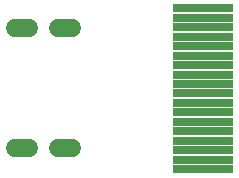
<source format=gbs>
G04 ---------------------------- Layer name :BOTTOM SOLDER LAYER*
G04 EasyEDA v5.7.22, Tue, 28 Aug 2018 07:39:09 GMT*
G04 bfd24f9e386c429bb71d77877026fdf2*
G04 Gerber Generator version 0.2*
G04 Scale: 100 percent, Rotated: No, Reflected: No *
G04 Dimensions in inches *
G04 leading zeros omitted , absolute positions ,2 integer and 4 decimal *
%FSLAX24Y24*%
%MOIN*%
G90*
G70D02*

%ADD39R,0.204850X0.031620*%
%ADD50C,0.059181*%

%LPD*%
G54D50*
G01X820Y6690D02*
G01X347Y6690D01*
G01X820Y10705D02*
G01X347Y10705D01*
G01X2277Y10705D02*
G01X1804Y10705D01*
G01X2277Y6690D02*
G01X1804Y6690D01*
G54D39*
G01X6631Y5998D03*
G01X6631Y6313D03*
G01X6631Y6628D03*
G01X6631Y6942D03*
G01X6631Y7257D03*
G01X6631Y7573D03*
G01X6631Y7888D03*
G01X6631Y8203D03*
G01X6631Y8517D03*
G01X6631Y8832D03*
G01X6631Y9147D03*
G01X6631Y9462D03*
G01X6631Y9777D03*
G01X6631Y10092D03*
G01X6631Y10407D03*
G01X6631Y11036D03*
G01X6631Y10721D03*
G01X6631Y11351D03*
M00*
M02*

</source>
